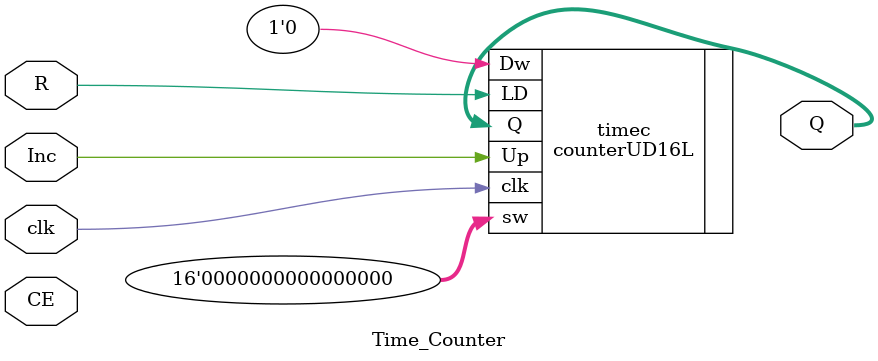
<source format=v>
`timescale 1ns / 1ps


module Time_Counter(

input Inc,R,CE, clk,//R=reset // Inc=increment/Inc
output [15:0] Q
    );
                  //used as the enable signal for all flip-flops.
wire [9:0]D;           //used to store the data input for the flip-flops
counterUD16L timec (.clk(clk), .Up(Inc), .Dw(1'b0), .LD(R), .sw({16{1'b0}}), .Q(Q));

//assigns the value of the logic expression to the wire D to determine the value of D[0] to D[3]
//assign D[0]=Q[0]^(Inc);
//assign D[1]=Q[1]^(Inc&Q[0]);
//assign D[2]=Q[2]^(Inc&Q[0]&Q[1]);
//assign D[3]=Q[3]^(Inc&Q[0]&Q[1]&Q[2]);
//assign D[4]=Q[4]^(Inc&Q[0]&Q[1]&Q[2]&Q[3]);
//assign D[5]=Q[5]^(Inc&Q[0]&Q[1]&Q[2]&Q[3]&Q[4]);
//assign D[6]=Q[6]^(Inc&Q[0]&Q[1]&Q[2]&Q[3]&Q[4]&Q[5]);
//assign D[7]=Q[7]^(Inc&Q[0]&Q[1]&Q[2]&Q[3]&Q[4]&Q[5]&Q[6]);
//assign D[8]=Q[8]^(Inc&Q[0]&Q[1]&Q[2]&Q[3]&Q[4]&Q[5]&Q[6]&Q[7]);
//assign D[9]=Q[9]^(Inc&Q[0]&Q[1]&Q[2]&Q[3]&Q[4]&Q[5]&Q[6]&Q[7]&Q[8]);

                             
//FDRE #(.INIT(1'b0)) ff_0 (.C(clk), .R(R), .CE(CE), .D(D[0]), .Q(Q[0]));
//FDRE #(.INIT(1'b0)) ff_1 (.C(clk), .R(R), .CE(CE), .D(D[1]), .Q(Q[1]));
//FDRE #(.INIT(1'b0)) ff_2 (.C(clk), .R(R), .CE(CE), .D(D[2]), .Q(Q[2]));
//FDRE #(.INIT(1'b0)) ff_3 (.C(clk), .R(R), .CE(CE), .D(D[3]), .Q(Q[3]));
//FDRE #(.INIT(1'b0)) ff_4 (.C(clk), .R(R), .CE(CE), .D(D[4]), .Q(Q[4]));
//FDRE #(.INIT(1'b0)) ff_5 (.C(clk), .R(R), .CE(CE), .D(D[5]), .Q(Q[5]));
//FDRE #(.INIT(1'b0)) ff_6 (.C(clk), .R(R), .CE(CE), .D(D[6]), .Q(Q[6]));

//FDRE #(.INIT(1'b0)) ff_7 (.C(clk), .R(R), .CE(CE), .D(D[7]), .Q(Q[7]));
//FDRE #(.INIT(1'b0)) ff_8 (.C(clk), .R(R), .CE(CE), .D(D[8]), .Q(Q[8]));

//FDRE #(.INIT(1'b0)) ff_9 (.C(clk), .R(R), .CE(CE), .D(D[9]), .Q(Q[9]));
endmodule
</source>
